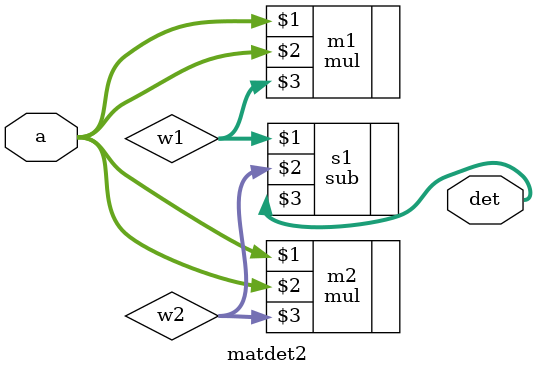
<source format=v>
module matdet2 #(parameter DATA_WIDTH=0, parameter BIN_POS=0, parameter MATRIX_SIZE=0) (input wire [(DATA_WIDTH * MATRIX_SIZE * MATRIX_SIZE)-1:0] a, output wire [DATA_WIDTH-1:0] det);
    wire [DATA_WIDTH-1:0] w1, w2;
    
    //a * d
    mul #(.DATA_WIDTH(DATA_WIDTH), .BIN_POS(BIN_POS)) m1(a[0+:DATA_WIDTH], a[3*DATA_WIDTH+:DATA_WIDTH], w1);
    
    //b * c
    mul #(.DATA_WIDTH(DATA_WIDTH), .BIN_POS(BIN_POS)) m2(a[1*DATA_WIDTH+:DATA_WIDTH], a[2*DATA_WIDTH+:DATA_WIDTH], w2);
    
    //ad - bc
    sub #(.DATA_WIDTH(DATA_WIDTH), .BIN_POS(BIN_POS)) s1(w1, w2, det);
endmodule

</source>
